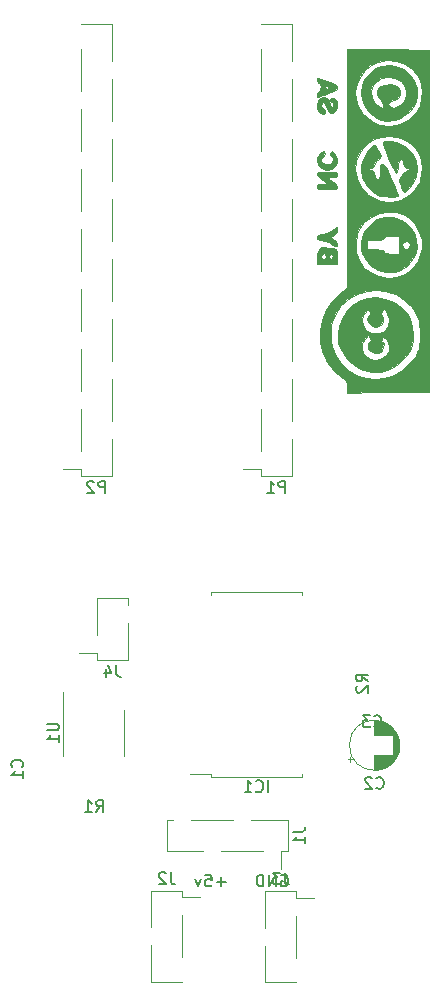
<source format=gbr>
G04 #@! TF.GenerationSoftware,KiCad,Pcbnew,(5.1.4-0-10_14)*
G04 #@! TF.CreationDate,2019-12-22T09:42:40+01:00*
G04 #@! TF.ProjectId,JETT_SELECT_Panel,4a455454-5f53-4454-9c45-43545f50616e,-*
G04 #@! TF.SameCoordinates,Original*
G04 #@! TF.FileFunction,Legend,Bot*
G04 #@! TF.FilePolarity,Positive*
%FSLAX46Y46*%
G04 Gerber Fmt 4.6, Leading zero omitted, Abs format (unit mm)*
G04 Created by KiCad (PCBNEW (5.1.4-0-10_14)) date 2019-12-22 09:42:40*
%MOMM*%
%LPD*%
G04 APERTURE LIST*
%ADD10C,0.150000*%
%ADD11C,0.010000*%
%ADD12C,0.120000*%
G04 APERTURE END LIST*
D10*
X107219654Y-135675750D02*
X107314892Y-135628130D01*
X107457750Y-135628130D01*
X107600607Y-135675750D01*
X107695845Y-135770988D01*
X107743464Y-135866226D01*
X107791083Y-136056702D01*
X107791083Y-136199559D01*
X107743464Y-136390035D01*
X107695845Y-136485273D01*
X107600607Y-136580511D01*
X107457750Y-136628130D01*
X107362511Y-136628130D01*
X107219654Y-136580511D01*
X107172035Y-136532892D01*
X107172035Y-136199559D01*
X107362511Y-136199559D01*
X106743464Y-136628130D02*
X106743464Y-135628130D01*
X106172035Y-136628130D01*
X106172035Y-135628130D01*
X105695845Y-136628130D02*
X105695845Y-135628130D01*
X105457750Y-135628130D01*
X105314892Y-135675750D01*
X105219654Y-135770988D01*
X105172035Y-135866226D01*
X105124416Y-136056702D01*
X105124416Y-136199559D01*
X105172035Y-136390035D01*
X105219654Y-136485273D01*
X105314892Y-136580511D01*
X105457750Y-136628130D01*
X105695845Y-136628130D01*
X102514245Y-136247178D02*
X101752340Y-136247178D01*
X102133292Y-136628130D02*
X102133292Y-135866226D01*
X100799959Y-135628130D02*
X101276150Y-135628130D01*
X101323769Y-136104321D01*
X101276150Y-136056702D01*
X101180911Y-136009083D01*
X100942816Y-136009083D01*
X100847578Y-136056702D01*
X100799959Y-136104321D01*
X100752340Y-136199559D01*
X100752340Y-136437654D01*
X100799959Y-136532892D01*
X100847578Y-136580511D01*
X100942816Y-136628130D01*
X101180911Y-136628130D01*
X101276150Y-136580511D01*
X101323769Y-136532892D01*
X100419007Y-135961464D02*
X100180911Y-136628130D01*
X99942816Y-135961464D01*
D11*
G36*
X118694338Y-69039622D02*
G01*
X118651489Y-68846809D01*
X118426099Y-68348053D01*
X118052154Y-67856135D01*
X117599417Y-67453100D01*
X117330725Y-67293581D01*
X116882946Y-67163058D01*
X116330140Y-67113500D01*
X115784892Y-67148656D01*
X115453402Y-67231067D01*
X115094503Y-67436845D01*
X114704023Y-67764916D01*
X114366080Y-68137741D01*
X114208552Y-68378531D01*
X114048791Y-68850851D01*
X113979407Y-69408790D01*
X114015925Y-69919527D01*
X114024190Y-69955613D01*
X114308747Y-70643324D01*
X114790048Y-71223798D01*
X115054276Y-71434368D01*
X115382192Y-71637445D01*
X115690226Y-71742506D01*
X116083752Y-71779722D01*
X116269563Y-71782330D01*
X116662289Y-71765207D01*
X116662289Y-70718693D01*
X116486723Y-70658229D01*
X116402046Y-70576212D01*
X116281369Y-70407919D01*
X116332621Y-70284660D01*
X116407121Y-70218555D01*
X116639970Y-70077120D01*
X116762137Y-70038193D01*
X117063276Y-69896078D01*
X117232376Y-69622401D01*
X117249609Y-69287411D01*
X117095148Y-68961355D01*
X117073220Y-68936032D01*
X116796807Y-68777799D01*
X116403446Y-68715921D01*
X115985486Y-68749213D01*
X115635276Y-68876490D01*
X115532477Y-68955804D01*
X115329974Y-69280946D01*
X115357052Y-69614886D01*
X115590204Y-69927056D01*
X115781383Y-70173557D01*
X115871071Y-70427051D01*
X115847708Y-70620434D01*
X115721229Y-70687622D01*
X115455352Y-70592975D01*
X115172753Y-70356335D01*
X114946004Y-70048650D01*
X114864422Y-69849984D01*
X114811169Y-69279653D01*
X114972628Y-68788038D01*
X115204436Y-68493426D01*
X115679133Y-68172057D01*
X116233886Y-68056174D01*
X116828916Y-68153882D01*
X116844287Y-68159246D01*
X117320646Y-68427152D01*
X117635393Y-68805748D01*
X117786902Y-69247914D01*
X117773547Y-69706534D01*
X117593702Y-70134488D01*
X117245740Y-70484658D01*
X116930166Y-70647664D01*
X116662289Y-70718693D01*
X116662289Y-71765207D01*
X116738159Y-71761899D01*
X117096534Y-71676042D01*
X117462929Y-71492842D01*
X117560103Y-71433992D01*
X118122030Y-70966071D01*
X118509755Y-70384068D01*
X118706212Y-69728435D01*
X118694338Y-69039622D01*
X118694338Y-69039622D01*
G37*
X118694338Y-69039622D02*
X118651489Y-68846809D01*
X118426099Y-68348053D01*
X118052154Y-67856135D01*
X117599417Y-67453100D01*
X117330725Y-67293581D01*
X116882946Y-67163058D01*
X116330140Y-67113500D01*
X115784892Y-67148656D01*
X115453402Y-67231067D01*
X115094503Y-67436845D01*
X114704023Y-67764916D01*
X114366080Y-68137741D01*
X114208552Y-68378531D01*
X114048791Y-68850851D01*
X113979407Y-69408790D01*
X114015925Y-69919527D01*
X114024190Y-69955613D01*
X114308747Y-70643324D01*
X114790048Y-71223798D01*
X115054276Y-71434368D01*
X115382192Y-71637445D01*
X115690226Y-71742506D01*
X116083752Y-71779722D01*
X116269563Y-71782330D01*
X116662289Y-71765207D01*
X116662289Y-70718693D01*
X116486723Y-70658229D01*
X116402046Y-70576212D01*
X116281369Y-70407919D01*
X116332621Y-70284660D01*
X116407121Y-70218555D01*
X116639970Y-70077120D01*
X116762137Y-70038193D01*
X117063276Y-69896078D01*
X117232376Y-69622401D01*
X117249609Y-69287411D01*
X117095148Y-68961355D01*
X117073220Y-68936032D01*
X116796807Y-68777799D01*
X116403446Y-68715921D01*
X115985486Y-68749213D01*
X115635276Y-68876490D01*
X115532477Y-68955804D01*
X115329974Y-69280946D01*
X115357052Y-69614886D01*
X115590204Y-69927056D01*
X115781383Y-70173557D01*
X115871071Y-70427051D01*
X115847708Y-70620434D01*
X115721229Y-70687622D01*
X115455352Y-70592975D01*
X115172753Y-70356335D01*
X114946004Y-70048650D01*
X114864422Y-69849984D01*
X114811169Y-69279653D01*
X114972628Y-68788038D01*
X115204436Y-68493426D01*
X115679133Y-68172057D01*
X116233886Y-68056174D01*
X116828916Y-68153882D01*
X116844287Y-68159246D01*
X117320646Y-68427152D01*
X117635393Y-68805748D01*
X117786902Y-69247914D01*
X117773547Y-69706534D01*
X117593702Y-70134488D01*
X117245740Y-70484658D01*
X116930166Y-70647664D01*
X116662289Y-70718693D01*
X116662289Y-71765207D01*
X116738159Y-71761899D01*
X117096534Y-71676042D01*
X117462929Y-71492842D01*
X117560103Y-71433992D01*
X118122030Y-70966071D01*
X118509755Y-70384068D01*
X118706212Y-69728435D01*
X118694338Y-69039622D01*
G36*
X118586936Y-75129581D02*
G01*
X118274663Y-74538818D01*
X117811428Y-74044933D01*
X117223641Y-73686233D01*
X116629295Y-73513593D01*
X116270839Y-73489604D01*
X115973430Y-73522424D01*
X115930434Y-73536492D01*
X115835919Y-73585879D01*
X115792411Y-73664810D01*
X115808988Y-73810432D01*
X115894725Y-74059891D01*
X116058698Y-74450334D01*
X116271498Y-74932344D01*
X116501270Y-75425513D01*
X116708120Y-75826023D01*
X116870378Y-76094811D01*
X116966375Y-76192813D01*
X116970359Y-76192169D01*
X117053428Y-76061144D01*
X117098225Y-75793830D01*
X117099887Y-75750066D01*
X117145201Y-75366583D01*
X117243062Y-75135999D01*
X117366078Y-75078193D01*
X117486858Y-75213046D01*
X117552932Y-75421259D01*
X117673632Y-75694132D01*
X117850742Y-75767622D01*
X118037109Y-75823963D01*
X118054878Y-75932405D01*
X117896462Y-76002077D01*
X117870432Y-76003418D01*
X117686547Y-76097355D01*
X117470749Y-76326450D01*
X117403607Y-76423055D01*
X117247643Y-76684715D01*
X117198816Y-76875958D01*
X117250570Y-77101085D01*
X117345880Y-77341372D01*
X117481651Y-77637450D01*
X117591812Y-77818718D01*
X117626088Y-77845371D01*
X117784320Y-77753923D01*
X118006915Y-77517917D01*
X118250142Y-77196844D01*
X118470270Y-76850192D01*
X118623567Y-76537450D01*
X118652938Y-76448510D01*
X118721832Y-75778914D01*
X118586936Y-75129581D01*
X118586936Y-75129581D01*
G37*
X118586936Y-75129581D02*
X118274663Y-74538818D01*
X117811428Y-74044933D01*
X117223641Y-73686233D01*
X116629295Y-73513593D01*
X116270839Y-73489604D01*
X115973430Y-73522424D01*
X115930434Y-73536492D01*
X115835919Y-73585879D01*
X115792411Y-73664810D01*
X115808988Y-73810432D01*
X115894725Y-74059891D01*
X116058698Y-74450334D01*
X116271498Y-74932344D01*
X116501270Y-75425513D01*
X116708120Y-75826023D01*
X116870378Y-76094811D01*
X116966375Y-76192813D01*
X116970359Y-76192169D01*
X117053428Y-76061144D01*
X117098225Y-75793830D01*
X117099887Y-75750066D01*
X117145201Y-75366583D01*
X117243062Y-75135999D01*
X117366078Y-75078193D01*
X117486858Y-75213046D01*
X117552932Y-75421259D01*
X117673632Y-75694132D01*
X117850742Y-75767622D01*
X118037109Y-75823963D01*
X118054878Y-75932405D01*
X117896462Y-76002077D01*
X117870432Y-76003418D01*
X117686547Y-76097355D01*
X117470749Y-76326450D01*
X117403607Y-76423055D01*
X117247643Y-76684715D01*
X117198816Y-76875958D01*
X117250570Y-77101085D01*
X117345880Y-77341372D01*
X117481651Y-77637450D01*
X117591812Y-77818718D01*
X117626088Y-77845371D01*
X117784320Y-77753923D01*
X118006915Y-77517917D01*
X118250142Y-77196844D01*
X118470270Y-76850192D01*
X118623567Y-76537450D01*
X118652938Y-76448510D01*
X118721832Y-75778914D01*
X118586936Y-75129581D01*
G36*
X117070868Y-78050726D02*
G01*
X116971545Y-77770502D01*
X116814879Y-77382199D01*
X116622832Y-76935538D01*
X116417364Y-76480239D01*
X116220435Y-76066025D01*
X116054005Y-75742614D01*
X115940036Y-75559729D01*
X115933154Y-75551916D01*
X115745681Y-75437953D01*
X115613752Y-75524582D01*
X115556838Y-75784318D01*
X115572875Y-76060435D01*
X115591042Y-76437390D01*
X115509870Y-76656284D01*
X115472941Y-76692760D01*
X115337816Y-76754481D01*
X115235302Y-76636291D01*
X115188027Y-76523110D01*
X115101764Y-76261282D01*
X115070659Y-76106470D01*
X114973893Y-76018749D01*
X114839750Y-75998531D01*
X114652140Y-75950182D01*
X114608841Y-75883077D01*
X114705540Y-75789272D01*
X114839750Y-75767622D01*
X115029746Y-75693048D01*
X115070659Y-75589193D01*
X115147371Y-75394039D01*
X115335750Y-75147034D01*
X115373063Y-75108359D01*
X115675467Y-74805955D01*
X115426752Y-74294024D01*
X115271816Y-73994109D01*
X115159598Y-73868501D01*
X115037364Y-73881253D01*
X114922302Y-73950159D01*
X114631221Y-74230729D01*
X114358242Y-74645247D01*
X114132633Y-75125422D01*
X113983659Y-75602962D01*
X113940587Y-76009575D01*
X113970254Y-76171713D01*
X114024108Y-76363157D01*
X114082127Y-76607579D01*
X114228423Y-76929572D01*
X114507845Y-77309649D01*
X114860203Y-77679600D01*
X115225310Y-77971217D01*
X115350619Y-78045107D01*
X115611470Y-78129683D01*
X115985047Y-78193461D01*
X116395918Y-78230892D01*
X116768656Y-78236426D01*
X117027829Y-78204512D01*
X117090889Y-78173150D01*
X117070868Y-78050726D01*
X117070868Y-78050726D01*
G37*
X117070868Y-78050726D02*
X116971545Y-77770502D01*
X116814879Y-77382199D01*
X116622832Y-76935538D01*
X116417364Y-76480239D01*
X116220435Y-76066025D01*
X116054005Y-75742614D01*
X115940036Y-75559729D01*
X115933154Y-75551916D01*
X115745681Y-75437953D01*
X115613752Y-75524582D01*
X115556838Y-75784318D01*
X115572875Y-76060435D01*
X115591042Y-76437390D01*
X115509870Y-76656284D01*
X115472941Y-76692760D01*
X115337816Y-76754481D01*
X115235302Y-76636291D01*
X115188027Y-76523110D01*
X115101764Y-76261282D01*
X115070659Y-76106470D01*
X114973893Y-76018749D01*
X114839750Y-75998531D01*
X114652140Y-75950182D01*
X114608841Y-75883077D01*
X114705540Y-75789272D01*
X114839750Y-75767622D01*
X115029746Y-75693048D01*
X115070659Y-75589193D01*
X115147371Y-75394039D01*
X115335750Y-75147034D01*
X115373063Y-75108359D01*
X115675467Y-74805955D01*
X115426752Y-74294024D01*
X115271816Y-73994109D01*
X115159598Y-73868501D01*
X115037364Y-73881253D01*
X114922302Y-73950159D01*
X114631221Y-74230729D01*
X114358242Y-74645247D01*
X114132633Y-75125422D01*
X113983659Y-75602962D01*
X113940587Y-76009575D01*
X113970254Y-76171713D01*
X114024108Y-76363157D01*
X114082127Y-76607579D01*
X114228423Y-76929572D01*
X114507845Y-77309649D01*
X114860203Y-77679600D01*
X115225310Y-77971217D01*
X115350619Y-78045107D01*
X115611470Y-78129683D01*
X115985047Y-78193461D01*
X116395918Y-78230892D01*
X116768656Y-78236426D01*
X117027829Y-78204512D01*
X117090889Y-78173150D01*
X117070868Y-78050726D01*
G36*
X118663273Y-81853889D02*
G01*
X118445059Y-81225937D01*
X118049058Y-80674105D01*
X117484399Y-80238916D01*
X117343438Y-80165262D01*
X116677156Y-79960755D01*
X116003768Y-79962693D01*
X115364394Y-80151702D01*
X114800149Y-80508411D01*
X114352153Y-81013446D01*
X114061521Y-81647434D01*
X114041766Y-81720864D01*
X113954613Y-82106108D01*
X113935011Y-82384847D01*
X113985522Y-82672151D01*
X114069305Y-82957155D01*
X114376300Y-83601872D01*
X114826066Y-84099645D01*
X115379482Y-84442515D01*
X115997429Y-84622526D01*
X116640787Y-84631721D01*
X117148841Y-84494889D01*
X117148841Y-83041259D01*
X116513841Y-83041259D01*
X116130898Y-83025711D01*
X115933743Y-82971154D01*
X115878841Y-82868077D01*
X115825641Y-82767518D01*
X115637049Y-82713529D01*
X115269579Y-82695237D01*
X115186114Y-82694895D01*
X114493386Y-82694895D01*
X114493386Y-81886713D01*
X115186114Y-81886713D01*
X115588349Y-81873413D01*
X115804307Y-81826265D01*
X115877475Y-81734398D01*
X115878841Y-81713531D01*
X115935850Y-81609093D01*
X116135891Y-81555323D01*
X116513841Y-81540350D01*
X117148841Y-81540350D01*
X117148841Y-83041259D01*
X117148841Y-84494889D01*
X117270435Y-84462140D01*
X117847254Y-84105828D01*
X117866369Y-84086471D01*
X117866369Y-82672710D01*
X117648138Y-82647678D01*
X117512965Y-82499823D01*
X117448100Y-82226226D01*
X117578566Y-82047009D01*
X117786572Y-82002168D01*
X118042845Y-82078472D01*
X118118299Y-82285484D01*
X118052814Y-82492850D01*
X117866369Y-82672710D01*
X117866369Y-84086471D01*
X118159894Y-83789225D01*
X118529820Y-83176057D01*
X118694570Y-82517437D01*
X118663273Y-81853889D01*
X118663273Y-81853889D01*
G37*
X118663273Y-81853889D02*
X118445059Y-81225937D01*
X118049058Y-80674105D01*
X117484399Y-80238916D01*
X117343438Y-80165262D01*
X116677156Y-79960755D01*
X116003768Y-79962693D01*
X115364394Y-80151702D01*
X114800149Y-80508411D01*
X114352153Y-81013446D01*
X114061521Y-81647434D01*
X114041766Y-81720864D01*
X113954613Y-82106108D01*
X113935011Y-82384847D01*
X113985522Y-82672151D01*
X114069305Y-82957155D01*
X114376300Y-83601872D01*
X114826066Y-84099645D01*
X115379482Y-84442515D01*
X115997429Y-84622526D01*
X116640787Y-84631721D01*
X117148841Y-84494889D01*
X117148841Y-83041259D01*
X116513841Y-83041259D01*
X116130898Y-83025711D01*
X115933743Y-82971154D01*
X115878841Y-82868077D01*
X115825641Y-82767518D01*
X115637049Y-82713529D01*
X115269579Y-82695237D01*
X115186114Y-82694895D01*
X114493386Y-82694895D01*
X114493386Y-81886713D01*
X115186114Y-81886713D01*
X115588349Y-81873413D01*
X115804307Y-81826265D01*
X115877475Y-81734398D01*
X115878841Y-81713531D01*
X115935850Y-81609093D01*
X116135891Y-81555323D01*
X116513841Y-81540350D01*
X117148841Y-81540350D01*
X117148841Y-83041259D01*
X117148841Y-84494889D01*
X117270435Y-84462140D01*
X117847254Y-84105828D01*
X117866369Y-84086471D01*
X117866369Y-82672710D01*
X117648138Y-82647678D01*
X117512965Y-82499823D01*
X117448100Y-82226226D01*
X117578566Y-82047009D01*
X117786572Y-82002168D01*
X118042845Y-82078472D01*
X118118299Y-82285484D01*
X118052814Y-82492850D01*
X117866369Y-82672710D01*
X117866369Y-84086471D01*
X118159894Y-83789225D01*
X118529820Y-83176057D01*
X118694570Y-82517437D01*
X118663273Y-81853889D01*
G36*
X118311901Y-89194051D02*
G01*
X118153288Y-88619379D01*
X117852549Y-88112513D01*
X117418397Y-87636894D01*
X116767020Y-87152446D01*
X116036149Y-86850935D01*
X115267104Y-86731764D01*
X114501208Y-86794337D01*
X113779779Y-87038056D01*
X113144138Y-87462324D01*
X112905755Y-87702083D01*
X112423732Y-88390362D01*
X112112330Y-89140661D01*
X111986004Y-89903176D01*
X112057887Y-90622930D01*
X112344053Y-91318248D01*
X112811041Y-91964961D01*
X113408837Y-92508720D01*
X114087426Y-92895176D01*
X114183500Y-92932703D01*
X114928111Y-93089753D01*
X115132136Y-93076811D01*
X115132136Y-92048277D01*
X114729878Y-91952880D01*
X114388929Y-91734094D01*
X114143076Y-91422190D01*
X114026105Y-91047442D01*
X114071802Y-90640121D01*
X114304344Y-90241560D01*
X114577119Y-89924440D01*
X114712497Y-90177395D01*
X114778767Y-90370407D01*
X114736138Y-90430350D01*
X114609226Y-90529453D01*
X114532323Y-90763974D01*
X114530904Y-91039728D01*
X114549841Y-91119066D01*
X114715834Y-91305172D01*
X115016858Y-91417837D01*
X115087759Y-91421788D01*
X115087759Y-89806361D01*
X114782780Y-89737873D01*
X114356841Y-89494838D01*
X114099926Y-89134176D01*
X114026799Y-88708031D01*
X114152221Y-88268546D01*
X114304344Y-88047924D01*
X114488722Y-87845650D01*
X114590738Y-87806823D01*
X114677418Y-87918819D01*
X114706320Y-87972217D01*
X114775069Y-88170729D01*
X114680749Y-88272392D01*
X114656722Y-88282243D01*
X114522679Y-88449519D01*
X114514518Y-88668158D01*
X114639037Y-88965063D01*
X114889216Y-89154287D01*
X115200789Y-89230996D01*
X115509487Y-89190355D01*
X115751044Y-89027531D01*
X115858320Y-88769237D01*
X115843184Y-88479919D01*
X115769737Y-88302093D01*
X115704311Y-88104982D01*
X115743764Y-87892412D01*
X115863565Y-87776915D01*
X115884646Y-87774895D01*
X116051580Y-87876962D01*
X116207182Y-88132498D01*
X116314338Y-88465507D01*
X116340659Y-88708651D01*
X116243010Y-89196781D01*
X115975852Y-89559481D01*
X115577873Y-89771194D01*
X115087759Y-89806361D01*
X115087759Y-91421788D01*
X115363320Y-91437145D01*
X115635775Y-91360492D01*
X115781471Y-91200561D01*
X115869884Y-90958651D01*
X115887863Y-90718717D01*
X115822257Y-90564712D01*
X115763386Y-90545804D01*
X115655892Y-90472640D01*
X115723804Y-90261270D01*
X115758106Y-90204031D01*
X115861430Y-90104823D01*
X116001649Y-90164550D01*
X116102702Y-90250789D01*
X116282562Y-90522899D01*
X116340555Y-90934260D01*
X116340659Y-90957526D01*
X116306448Y-91318887D01*
X116168346Y-91573340D01*
X115985437Y-91747814D01*
X115561918Y-91990013D01*
X115132136Y-92048277D01*
X115132136Y-93076811D01*
X115695404Y-93041080D01*
X116444856Y-92803053D01*
X117135945Y-92392038D01*
X117728150Y-91824404D01*
X118044427Y-91373157D01*
X118210448Y-91058563D01*
X118306184Y-90763694D01*
X118349705Y-90404574D01*
X118359115Y-89910804D01*
X118311901Y-89194051D01*
X118311901Y-89194051D01*
G37*
X118311901Y-89194051D02*
X118153288Y-88619379D01*
X117852549Y-88112513D01*
X117418397Y-87636894D01*
X116767020Y-87152446D01*
X116036149Y-86850935D01*
X115267104Y-86731764D01*
X114501208Y-86794337D01*
X113779779Y-87038056D01*
X113144138Y-87462324D01*
X112905755Y-87702083D01*
X112423732Y-88390362D01*
X112112330Y-89140661D01*
X111986004Y-89903176D01*
X112057887Y-90622930D01*
X112344053Y-91318248D01*
X112811041Y-91964961D01*
X113408837Y-92508720D01*
X114087426Y-92895176D01*
X114183500Y-92932703D01*
X114928111Y-93089753D01*
X115132136Y-93076811D01*
X115132136Y-92048277D01*
X114729878Y-91952880D01*
X114388929Y-91734094D01*
X114143076Y-91422190D01*
X114026105Y-91047442D01*
X114071802Y-90640121D01*
X114304344Y-90241560D01*
X114577119Y-89924440D01*
X114712497Y-90177395D01*
X114778767Y-90370407D01*
X114736138Y-90430350D01*
X114609226Y-90529453D01*
X114532323Y-90763974D01*
X114530904Y-91039728D01*
X114549841Y-91119066D01*
X114715834Y-91305172D01*
X115016858Y-91417837D01*
X115087759Y-91421788D01*
X115087759Y-89806361D01*
X114782780Y-89737873D01*
X114356841Y-89494838D01*
X114099926Y-89134176D01*
X114026799Y-88708031D01*
X114152221Y-88268546D01*
X114304344Y-88047924D01*
X114488722Y-87845650D01*
X114590738Y-87806823D01*
X114677418Y-87918819D01*
X114706320Y-87972217D01*
X114775069Y-88170729D01*
X114680749Y-88272392D01*
X114656722Y-88282243D01*
X114522679Y-88449519D01*
X114514518Y-88668158D01*
X114639037Y-88965063D01*
X114889216Y-89154287D01*
X115200789Y-89230996D01*
X115509487Y-89190355D01*
X115751044Y-89027531D01*
X115858320Y-88769237D01*
X115843184Y-88479919D01*
X115769737Y-88302093D01*
X115704311Y-88104982D01*
X115743764Y-87892412D01*
X115863565Y-87776915D01*
X115884646Y-87774895D01*
X116051580Y-87876962D01*
X116207182Y-88132498D01*
X116314338Y-88465507D01*
X116340659Y-88708651D01*
X116243010Y-89196781D01*
X115975852Y-89559481D01*
X115577873Y-89771194D01*
X115087759Y-89806361D01*
X115087759Y-91421788D01*
X115363320Y-91437145D01*
X115635775Y-91360492D01*
X115781471Y-91200561D01*
X115869884Y-90958651D01*
X115887863Y-90718717D01*
X115822257Y-90564712D01*
X115763386Y-90545804D01*
X115655892Y-90472640D01*
X115723804Y-90261270D01*
X115758106Y-90204031D01*
X115861430Y-90104823D01*
X116001649Y-90164550D01*
X116102702Y-90250789D01*
X116282562Y-90522899D01*
X116340555Y-90934260D01*
X116340659Y-90957526D01*
X116306448Y-91318887D01*
X116168346Y-91573340D01*
X115985437Y-91747814D01*
X115561918Y-91990013D01*
X115132136Y-92048277D01*
X115132136Y-93076811D01*
X115695404Y-93041080D01*
X116444856Y-92803053D01*
X117135945Y-92392038D01*
X117728150Y-91824404D01*
X118044427Y-91373157D01*
X118210448Y-91058563D01*
X118306184Y-90763694D01*
X118349705Y-90404574D01*
X118359115Y-89910804D01*
X118311901Y-89194051D01*
G36*
X116254068Y-65750248D02*
G01*
X112761568Y-65719691D01*
X112761568Y-85993788D01*
X112192533Y-86418613D01*
X111510233Y-87063435D01*
X110985658Y-87840130D01*
X110631651Y-88707234D01*
X110461053Y-89623281D01*
X110486706Y-90546808D01*
X110675742Y-91316019D01*
X111103141Y-92197942D01*
X111694871Y-92962019D01*
X112192533Y-93402996D01*
X112509880Y-93653558D01*
X112680537Y-93848028D01*
X112749433Y-94059157D01*
X112761568Y-94324414D01*
X112761568Y-94821008D01*
X115142138Y-94800181D01*
X115142138Y-93658134D01*
X114383155Y-93592265D01*
X113716561Y-93412755D01*
X113565115Y-93345829D01*
X112872044Y-92891904D01*
X112253235Y-92271226D01*
X111762317Y-91547026D01*
X111484078Y-90892168D01*
X111404509Y-90422070D01*
X111393749Y-89831003D01*
X111448619Y-89217397D01*
X111554311Y-88717659D01*
X111742193Y-88267980D01*
X112027795Y-87782818D01*
X112218175Y-87525277D01*
X112877293Y-86887389D01*
X113628375Y-86440726D01*
X114438981Y-86181979D01*
X115276669Y-86107842D01*
X116108998Y-86215009D01*
X116247748Y-86264807D01*
X116247748Y-85106317D01*
X115494733Y-84981174D01*
X114872526Y-84706811D01*
X114263781Y-84225435D01*
X113826227Y-83616605D01*
X113570585Y-82918905D01*
X113507576Y-82170920D01*
X113647923Y-81411235D01*
X113833423Y-80967371D01*
X114264788Y-80364762D01*
X114835534Y-79913996D01*
X115503455Y-79624284D01*
X116226344Y-79504836D01*
X116308087Y-79511505D01*
X116308087Y-78652858D01*
X115615158Y-78589883D01*
X115033255Y-78376491D01*
X114474718Y-77979923D01*
X114450228Y-77958563D01*
X113941368Y-77369008D01*
X113621047Y-76683322D01*
X113497745Y-75944756D01*
X113579941Y-75196561D01*
X113796740Y-74625191D01*
X114169227Y-74086809D01*
X114667784Y-73616106D01*
X115208228Y-73292473D01*
X115211269Y-73291201D01*
X115731946Y-73157663D01*
X116340659Y-73119033D01*
X116340659Y-72230144D01*
X115622584Y-72158316D01*
X115012768Y-71925044D01*
X114454613Y-71503647D01*
X114171510Y-71207585D01*
X113735337Y-70588596D01*
X113514338Y-69948152D01*
X113500833Y-69249076D01*
X113636162Y-68616213D01*
X113894031Y-68054785D01*
X114297617Y-67524954D01*
X114787586Y-67089191D01*
X115304604Y-66809969D01*
X115372690Y-66787836D01*
X116174143Y-66655362D01*
X116950610Y-66723426D01*
X117665314Y-66976035D01*
X118281475Y-67397196D01*
X118762316Y-67970916D01*
X118955882Y-68345960D01*
X119066386Y-68788528D01*
X119105600Y-69350320D01*
X119074585Y-69931277D01*
X118974403Y-70431341D01*
X118932535Y-70547012D01*
X118537054Y-71210058D01*
X117981884Y-71725375D01*
X117301095Y-72070839D01*
X116528757Y-72224324D01*
X116340659Y-72230144D01*
X116340659Y-73119033D01*
X116357325Y-73117975D01*
X116984692Y-73170368D01*
X117511333Y-73313075D01*
X117552932Y-73331514D01*
X118119694Y-73698477D01*
X118609145Y-74207975D01*
X118932535Y-74753687D01*
X119052590Y-75211545D01*
X119103786Y-75779332D01*
X119085061Y-76356991D01*
X118995354Y-76844462D01*
X118955882Y-76954740D01*
X118563804Y-77604484D01*
X118007770Y-78118862D01*
X117326590Y-78472983D01*
X116559074Y-78641958D01*
X116308087Y-78652858D01*
X116308087Y-79511505D01*
X116961993Y-79564862D01*
X117668194Y-79813573D01*
X118047523Y-80047804D01*
X118557335Y-80558616D01*
X118909977Y-81196865D01*
X119095422Y-81912035D01*
X119103645Y-82653612D01*
X118924622Y-83371078D01*
X118770359Y-83690110D01*
X118290608Y-84311468D01*
X117684427Y-84761359D01*
X116990560Y-85029677D01*
X116247748Y-85106317D01*
X116247748Y-86264807D01*
X116903528Y-86500170D01*
X117627817Y-86960021D01*
X118249425Y-87591253D01*
X118630772Y-88178986D01*
X118775612Y-88475834D01*
X118866580Y-88751735D01*
X118915840Y-89075191D01*
X118935558Y-89514706D01*
X118938297Y-89910804D01*
X118932770Y-90457837D01*
X118907204Y-90843047D01*
X118848276Y-91135423D01*
X118742663Y-91403955D01*
X118595914Y-91683656D01*
X118066341Y-92419185D01*
X117385924Y-93016470D01*
X116603883Y-93432488D01*
X116588551Y-93438286D01*
X115906330Y-93607697D01*
X115142138Y-93658134D01*
X115142138Y-94800181D01*
X116254068Y-94790452D01*
X119746568Y-94759895D01*
X119746568Y-65780804D01*
X116254068Y-65750248D01*
X116254068Y-65750248D01*
G37*
X116254068Y-65750248D02*
X112761568Y-65719691D01*
X112761568Y-85993788D01*
X112192533Y-86418613D01*
X111510233Y-87063435D01*
X110985658Y-87840130D01*
X110631651Y-88707234D01*
X110461053Y-89623281D01*
X110486706Y-90546808D01*
X110675742Y-91316019D01*
X111103141Y-92197942D01*
X111694871Y-92962019D01*
X112192533Y-93402996D01*
X112509880Y-93653558D01*
X112680537Y-93848028D01*
X112749433Y-94059157D01*
X112761568Y-94324414D01*
X112761568Y-94821008D01*
X115142138Y-94800181D01*
X115142138Y-93658134D01*
X114383155Y-93592265D01*
X113716561Y-93412755D01*
X113565115Y-93345829D01*
X112872044Y-92891904D01*
X112253235Y-92271226D01*
X111762317Y-91547026D01*
X111484078Y-90892168D01*
X111404509Y-90422070D01*
X111393749Y-89831003D01*
X111448619Y-89217397D01*
X111554311Y-88717659D01*
X111742193Y-88267980D01*
X112027795Y-87782818D01*
X112218175Y-87525277D01*
X112877293Y-86887389D01*
X113628375Y-86440726D01*
X114438981Y-86181979D01*
X115276669Y-86107842D01*
X116108998Y-86215009D01*
X116247748Y-86264807D01*
X116247748Y-85106317D01*
X115494733Y-84981174D01*
X114872526Y-84706811D01*
X114263781Y-84225435D01*
X113826227Y-83616605D01*
X113570585Y-82918905D01*
X113507576Y-82170920D01*
X113647923Y-81411235D01*
X113833423Y-80967371D01*
X114264788Y-80364762D01*
X114835534Y-79913996D01*
X115503455Y-79624284D01*
X116226344Y-79504836D01*
X116308087Y-79511505D01*
X116308087Y-78652858D01*
X115615158Y-78589883D01*
X115033255Y-78376491D01*
X114474718Y-77979923D01*
X114450228Y-77958563D01*
X113941368Y-77369008D01*
X113621047Y-76683322D01*
X113497745Y-75944756D01*
X113579941Y-75196561D01*
X113796740Y-74625191D01*
X114169227Y-74086809D01*
X114667784Y-73616106D01*
X115208228Y-73292473D01*
X115211269Y-73291201D01*
X115731946Y-73157663D01*
X116340659Y-73119033D01*
X116340659Y-72230144D01*
X115622584Y-72158316D01*
X115012768Y-71925044D01*
X114454613Y-71503647D01*
X114171510Y-71207585D01*
X113735337Y-70588596D01*
X113514338Y-69948152D01*
X113500833Y-69249076D01*
X113636162Y-68616213D01*
X113894031Y-68054785D01*
X114297617Y-67524954D01*
X114787586Y-67089191D01*
X115304604Y-66809969D01*
X115372690Y-66787836D01*
X116174143Y-66655362D01*
X116950610Y-66723426D01*
X117665314Y-66976035D01*
X118281475Y-67397196D01*
X118762316Y-67970916D01*
X118955882Y-68345960D01*
X119066386Y-68788528D01*
X119105600Y-69350320D01*
X119074585Y-69931277D01*
X118974403Y-70431341D01*
X118932535Y-70547012D01*
X118537054Y-71210058D01*
X117981884Y-71725375D01*
X117301095Y-72070839D01*
X116528757Y-72224324D01*
X116340659Y-72230144D01*
X116340659Y-73119033D01*
X116357325Y-73117975D01*
X116984692Y-73170368D01*
X117511333Y-73313075D01*
X117552932Y-73331514D01*
X118119694Y-73698477D01*
X118609145Y-74207975D01*
X118932535Y-74753687D01*
X119052590Y-75211545D01*
X119103786Y-75779332D01*
X119085061Y-76356991D01*
X118995354Y-76844462D01*
X118955882Y-76954740D01*
X118563804Y-77604484D01*
X118007770Y-78118862D01*
X117326590Y-78472983D01*
X116559074Y-78641958D01*
X116308087Y-78652858D01*
X116308087Y-79511505D01*
X116961993Y-79564862D01*
X117668194Y-79813573D01*
X118047523Y-80047804D01*
X118557335Y-80558616D01*
X118909977Y-81196865D01*
X119095422Y-81912035D01*
X119103645Y-82653612D01*
X118924622Y-83371078D01*
X118770359Y-83690110D01*
X118290608Y-84311468D01*
X117684427Y-84761359D01*
X116990560Y-85029677D01*
X116247748Y-85106317D01*
X116247748Y-86264807D01*
X116903528Y-86500170D01*
X117627817Y-86960021D01*
X118249425Y-87591253D01*
X118630772Y-88178986D01*
X118775612Y-88475834D01*
X118866580Y-88751735D01*
X118915840Y-89075191D01*
X118935558Y-89514706D01*
X118938297Y-89910804D01*
X118932770Y-90457837D01*
X118907204Y-90843047D01*
X118848276Y-91135423D01*
X118742663Y-91403955D01*
X118595914Y-91683656D01*
X118066341Y-92419185D01*
X117385924Y-93016470D01*
X116603883Y-93432488D01*
X116588551Y-93438286D01*
X115906330Y-93607697D01*
X115142138Y-93658134D01*
X115142138Y-94800181D01*
X116254068Y-94790452D01*
X119746568Y-94759895D01*
X119746568Y-65780804D01*
X116254068Y-65750248D01*
G36*
X111747462Y-68699535D02*
G01*
X111353868Y-68519478D01*
X110849468Y-68334759D01*
X110522697Y-68226188D01*
X110335026Y-68188705D01*
X110247927Y-68217249D01*
X110222871Y-68306759D01*
X110221568Y-68370751D01*
X110291949Y-68564893D01*
X110394750Y-68609441D01*
X110532600Y-68712102D01*
X110567932Y-68943452D01*
X110512459Y-69213974D01*
X110394750Y-69343919D01*
X110264868Y-69467376D01*
X110221223Y-69639626D01*
X110281742Y-69755768D01*
X110322967Y-69763986D01*
X110475643Y-69725948D01*
X110777925Y-69626279D01*
X111087477Y-69514383D01*
X111087477Y-69071259D01*
X110933834Y-69008917D01*
X110914295Y-68955804D01*
X111007809Y-68853375D01*
X111087477Y-68840350D01*
X111241121Y-68902692D01*
X111260659Y-68955804D01*
X111167146Y-69058233D01*
X111087477Y-69071259D01*
X111087477Y-69514383D01*
X111160013Y-69488162D01*
X111648142Y-69272698D01*
X111907872Y-69073875D01*
X111940535Y-68885039D01*
X111747462Y-68699535D01*
X111747462Y-68699535D01*
G37*
X111747462Y-68699535D02*
X111353868Y-68519478D01*
X110849468Y-68334759D01*
X110522697Y-68226188D01*
X110335026Y-68188705D01*
X110247927Y-68217249D01*
X110222871Y-68306759D01*
X110221568Y-68370751D01*
X110291949Y-68564893D01*
X110394750Y-68609441D01*
X110532600Y-68712102D01*
X110567932Y-68943452D01*
X110512459Y-69213974D01*
X110394750Y-69343919D01*
X110264868Y-69467376D01*
X110221223Y-69639626D01*
X110281742Y-69755768D01*
X110322967Y-69763986D01*
X110475643Y-69725948D01*
X110777925Y-69626279D01*
X111087477Y-69514383D01*
X111087477Y-69071259D01*
X110933834Y-69008917D01*
X110914295Y-68955804D01*
X111007809Y-68853375D01*
X111087477Y-68840350D01*
X111241121Y-68902692D01*
X111260659Y-68955804D01*
X111167146Y-69058233D01*
X111087477Y-69071259D01*
X111087477Y-69514383D01*
X111160013Y-69488162D01*
X111648142Y-69272698D01*
X111907872Y-69073875D01*
X111940535Y-68885039D01*
X111747462Y-68699535D01*
G36*
X111927726Y-70273374D02*
G01*
X111903028Y-70156334D01*
X111784585Y-69966098D01*
X111602525Y-69877930D01*
X111439155Y-69908029D01*
X111376114Y-70052622D01*
X111438456Y-70206266D01*
X111491568Y-70225804D01*
X111585373Y-70322503D01*
X111607023Y-70456713D01*
X111564109Y-70655555D01*
X111465615Y-70660388D01*
X111356914Y-70484875D01*
X111321621Y-70370768D01*
X111160769Y-69972311D01*
X110925843Y-69783672D01*
X110792951Y-69763986D01*
X110499807Y-69860920D01*
X110305930Y-70107281D01*
X110229188Y-70436407D01*
X110287455Y-70781639D01*
X110452477Y-71033986D01*
X110659249Y-71203497D01*
X110798841Y-71264895D01*
X110900132Y-71180707D01*
X110903552Y-70997634D01*
X110821050Y-70819913D01*
X110741114Y-70761326D01*
X110610659Y-70626803D01*
X110571734Y-70426220D01*
X110628946Y-70262961D01*
X110717238Y-70225804D01*
X110849048Y-70324747D01*
X110968870Y-70565525D01*
X110977011Y-70591235D01*
X111155901Y-70954008D01*
X111382870Y-71124062D01*
X111615727Y-71121211D01*
X111812282Y-70965270D01*
X111930345Y-70676052D01*
X111927726Y-70273374D01*
X111927726Y-70273374D01*
G37*
X111927726Y-70273374D02*
X111903028Y-70156334D01*
X111784585Y-69966098D01*
X111602525Y-69877930D01*
X111439155Y-69908029D01*
X111376114Y-70052622D01*
X111438456Y-70206266D01*
X111491568Y-70225804D01*
X111585373Y-70322503D01*
X111607023Y-70456713D01*
X111564109Y-70655555D01*
X111465615Y-70660388D01*
X111356914Y-70484875D01*
X111321621Y-70370768D01*
X111160769Y-69972311D01*
X110925843Y-69783672D01*
X110792951Y-69763986D01*
X110499807Y-69860920D01*
X110305930Y-70107281D01*
X110229188Y-70436407D01*
X110287455Y-70781639D01*
X110452477Y-71033986D01*
X110659249Y-71203497D01*
X110798841Y-71264895D01*
X110900132Y-71180707D01*
X110903552Y-70997634D01*
X110821050Y-70819913D01*
X110741114Y-70761326D01*
X110610659Y-70626803D01*
X110571734Y-70426220D01*
X110628946Y-70262961D01*
X110717238Y-70225804D01*
X110849048Y-70324747D01*
X110968870Y-70565525D01*
X110977011Y-70591235D01*
X111155901Y-70954008D01*
X111382870Y-71124062D01*
X111615727Y-71121211D01*
X111812282Y-70965270D01*
X111930345Y-70676052D01*
X111927726Y-70273374D01*
G36*
X111888989Y-74790100D02*
G01*
X111727463Y-74515570D01*
X111516306Y-74384717D01*
X111483321Y-74382168D01*
X111396192Y-74478940D01*
X111376114Y-74613077D01*
X111424463Y-74800687D01*
X111491568Y-74843986D01*
X111578600Y-74942722D01*
X111607023Y-75130423D01*
X111531979Y-75380338D01*
X111329140Y-75486604D01*
X111038613Y-75494788D01*
X110785990Y-75399411D01*
X110613008Y-75243121D01*
X110561405Y-75068567D01*
X110672919Y-74918400D01*
X110741114Y-74885737D01*
X110866812Y-74757018D01*
X110913328Y-74564148D01*
X110868714Y-74411365D01*
X110798841Y-74382168D01*
X110592436Y-74477834D01*
X110385172Y-74706782D01*
X110245192Y-74981934D01*
X110221568Y-75119832D01*
X110294870Y-75420303D01*
X110423614Y-75639030D01*
X110752244Y-75887778D01*
X111126842Y-75957895D01*
X111488660Y-75868835D01*
X111778948Y-75640051D01*
X111938960Y-75290994D01*
X111953386Y-75132489D01*
X111888989Y-74790100D01*
X111888989Y-74790100D01*
G37*
X111888989Y-74790100D02*
X111727463Y-74515570D01*
X111516306Y-74384717D01*
X111483321Y-74382168D01*
X111396192Y-74478940D01*
X111376114Y-74613077D01*
X111424463Y-74800687D01*
X111491568Y-74843986D01*
X111578600Y-74942722D01*
X111607023Y-75130423D01*
X111531979Y-75380338D01*
X111329140Y-75486604D01*
X111038613Y-75494788D01*
X110785990Y-75399411D01*
X110613008Y-75243121D01*
X110561405Y-75068567D01*
X110672919Y-74918400D01*
X110741114Y-74885737D01*
X110866812Y-74757018D01*
X110913328Y-74564148D01*
X110868714Y-74411365D01*
X110798841Y-74382168D01*
X110592436Y-74477834D01*
X110385172Y-74706782D01*
X110245192Y-74981934D01*
X110221568Y-75119832D01*
X110294870Y-75420303D01*
X110423614Y-75639030D01*
X110752244Y-75887778D01*
X111126842Y-75957895D01*
X111488660Y-75868835D01*
X111778948Y-75640051D01*
X111938960Y-75290994D01*
X111953386Y-75132489D01*
X111888989Y-74790100D01*
G36*
X111931160Y-76223254D02*
G01*
X111832746Y-76155957D01*
X111610540Y-76123724D01*
X111216935Y-76114244D01*
X111087477Y-76113986D01*
X110640845Y-76120821D01*
X110378636Y-76148530D01*
X110254585Y-76207920D01*
X110222426Y-76309794D01*
X110222399Y-76316031D01*
X110313709Y-76491407D01*
X110545519Y-76713559D01*
X110713081Y-76833748D01*
X111202932Y-77149419D01*
X110712250Y-77151248D01*
X110398562Y-77169588D01*
X110254891Y-77240341D01*
X110221568Y-77383986D01*
X110242020Y-77502047D01*
X110335276Y-77571318D01*
X110549188Y-77604560D01*
X110931608Y-77614533D01*
X111087477Y-77614895D01*
X111529886Y-77609597D01*
X111789438Y-77585030D01*
X111914098Y-77528187D01*
X111951834Y-77426063D01*
X111953386Y-77380092D01*
X111844979Y-77145641D01*
X111539509Y-76900826D01*
X111520432Y-76889410D01*
X111087477Y-76633531D01*
X111520432Y-76597698D01*
X111816691Y-76545685D01*
X111939497Y-76433747D01*
X111953386Y-76337926D01*
X111931160Y-76223254D01*
X111931160Y-76223254D01*
G37*
X111931160Y-76223254D02*
X111832746Y-76155957D01*
X111610540Y-76123724D01*
X111216935Y-76114244D01*
X111087477Y-76113986D01*
X110640845Y-76120821D01*
X110378636Y-76148530D01*
X110254585Y-76207920D01*
X110222426Y-76309794D01*
X110222399Y-76316031D01*
X110313709Y-76491407D01*
X110545519Y-76713559D01*
X110713081Y-76833748D01*
X111202932Y-77149419D01*
X110712250Y-77151248D01*
X110398562Y-77169588D01*
X110254891Y-77240341D01*
X110221568Y-77383986D01*
X110242020Y-77502047D01*
X110335276Y-77571318D01*
X110549188Y-77604560D01*
X110931608Y-77614533D01*
X111087477Y-77614895D01*
X111529886Y-77609597D01*
X111789438Y-77585030D01*
X111914098Y-77528187D01*
X111951834Y-77426063D01*
X111953386Y-77380092D01*
X111844979Y-77145641D01*
X111539509Y-76900826D01*
X111520432Y-76889410D01*
X111087477Y-76633531D01*
X111520432Y-76597698D01*
X111816691Y-76545685D01*
X111939497Y-76433747D01*
X111953386Y-76337926D01*
X111931160Y-76223254D01*
G36*
X111452561Y-81131392D02*
G01*
X111078342Y-81307576D01*
X110713784Y-81412294D01*
X110586652Y-81424895D01*
X110324847Y-81457186D01*
X110227790Y-81579467D01*
X110221568Y-81655804D01*
X110275562Y-81824389D01*
X110476923Y-81884152D01*
X110570226Y-81886713D01*
X110884324Y-81948907D01*
X111253774Y-82104812D01*
X111376114Y-82175350D01*
X111696401Y-82371003D01*
X111869137Y-82444572D01*
X111939678Y-82400881D01*
X111953379Y-82244756D01*
X111953386Y-82236764D01*
X111854653Y-82016656D01*
X111636052Y-81843274D01*
X111318717Y-81677006D01*
X111636052Y-81532418D01*
X111894605Y-81329230D01*
X111953386Y-81112860D01*
X111953386Y-80837889D01*
X111452561Y-81131392D01*
X111452561Y-81131392D01*
G37*
X111452561Y-81131392D02*
X111078342Y-81307576D01*
X110713784Y-81412294D01*
X110586652Y-81424895D01*
X110324847Y-81457186D01*
X110227790Y-81579467D01*
X110221568Y-81655804D01*
X110275562Y-81824389D01*
X110476923Y-81884152D01*
X110570226Y-81886713D01*
X110884324Y-81948907D01*
X111253774Y-82104812D01*
X111376114Y-82175350D01*
X111696401Y-82371003D01*
X111869137Y-82444572D01*
X111939678Y-82400881D01*
X111953379Y-82244756D01*
X111953386Y-82236764D01*
X111854653Y-82016656D01*
X111636052Y-81843274D01*
X111318717Y-81677006D01*
X111636052Y-81532418D01*
X111894605Y-81329230D01*
X111953386Y-81112860D01*
X111953386Y-80837889D01*
X111452561Y-81131392D01*
G36*
X111951618Y-83416486D02*
G01*
X111920690Y-82958056D01*
X111819483Y-82692973D01*
X111629894Y-82589644D01*
X111478378Y-82590659D01*
X111144298Y-82578310D01*
X110921462Y-82528581D01*
X110626718Y-82530293D01*
X110397295Y-82728681D01*
X110255995Y-83093460D01*
X110221568Y-83458140D01*
X110221568Y-83964895D01*
X110798841Y-83964895D01*
X110798841Y-83503077D01*
X110613684Y-83450342D01*
X110587279Y-83254183D01*
X110588765Y-83243304D01*
X110683129Y-83040202D01*
X110798841Y-82983531D01*
X110948200Y-83081810D01*
X111008916Y-83243304D01*
X110987559Y-83445938D01*
X110809174Y-83503016D01*
X110798841Y-83503077D01*
X110798841Y-83964895D01*
X111433841Y-83964895D01*
X111433841Y-83503077D01*
X111292802Y-83406823D01*
X111260659Y-83272168D01*
X111332849Y-83084117D01*
X111433841Y-83041259D01*
X111574879Y-83137513D01*
X111607023Y-83272168D01*
X111534832Y-83460219D01*
X111433841Y-83503077D01*
X111433841Y-83964895D01*
X111953386Y-83964895D01*
X111951618Y-83416486D01*
X111951618Y-83416486D01*
G37*
X111951618Y-83416486D02*
X111920690Y-82958056D01*
X111819483Y-82692973D01*
X111629894Y-82589644D01*
X111478378Y-82590659D01*
X111144298Y-82578310D01*
X110921462Y-82528581D01*
X110626718Y-82530293D01*
X110397295Y-82728681D01*
X110255995Y-83093460D01*
X110221568Y-83458140D01*
X110221568Y-83964895D01*
X110798841Y-83964895D01*
X110798841Y-83503077D01*
X110613684Y-83450342D01*
X110587279Y-83254183D01*
X110588765Y-83243304D01*
X110683129Y-83040202D01*
X110798841Y-82983531D01*
X110948200Y-83081810D01*
X111008916Y-83243304D01*
X110987559Y-83445938D01*
X110809174Y-83503016D01*
X110798841Y-83503077D01*
X110798841Y-83964895D01*
X111433841Y-83964895D01*
X111433841Y-83503077D01*
X111292802Y-83406823D01*
X111260659Y-83272168D01*
X111332849Y-83084117D01*
X111433841Y-83041259D01*
X111574879Y-83137513D01*
X111607023Y-83272168D01*
X111534832Y-83460219D01*
X111433841Y-83503077D01*
X111433841Y-83964895D01*
X111953386Y-83964895D01*
X111951618Y-83416486D01*
D12*
X98846950Y-139069350D02*
X98846950Y-142629350D01*
X96186950Y-141609350D02*
X96186950Y-144719350D01*
X96186950Y-144149350D02*
X96186950Y-144719350D01*
X98846950Y-136979350D02*
X98846950Y-137549350D01*
X98846950Y-137549350D02*
X100366950Y-137549350D01*
X96186950Y-136979350D02*
X96186950Y-140089350D01*
X98846950Y-144719350D02*
X96186950Y-144719350D01*
X98846950Y-136979350D02*
X96186950Y-136979350D01*
X88759350Y-123602750D02*
X88759350Y-120152750D01*
X88759350Y-123602750D02*
X88759350Y-125552750D01*
X93879350Y-123602750D02*
X93879350Y-121652750D01*
X93879350Y-123602750D02*
X93879350Y-125552750D01*
X90243350Y-69299550D02*
X90243350Y-65739550D01*
X90243350Y-74379550D02*
X90243350Y-70819550D01*
X90243350Y-79459550D02*
X90243350Y-75899550D01*
X90243350Y-84539550D02*
X90243350Y-80979550D01*
X90243350Y-89619550D02*
X90243350Y-86059550D01*
X90243350Y-94699550D02*
X90243350Y-91139550D01*
X90243350Y-99779550D02*
X90243350Y-96219550D01*
X92903350Y-66759550D02*
X92903350Y-63649550D01*
X92903350Y-71839550D02*
X92903350Y-68279550D01*
X92903350Y-76919550D02*
X92903350Y-73359550D01*
X92903350Y-81999550D02*
X92903350Y-78439550D01*
X92903350Y-87079550D02*
X92903350Y-83519550D01*
X92903350Y-92159550D02*
X92903350Y-88599550D01*
X92903350Y-97239550D02*
X92903350Y-93679550D01*
X92903350Y-64219550D02*
X92903350Y-63649550D01*
X90243350Y-101869550D02*
X90243350Y-101299550D01*
X90243350Y-101299550D02*
X88723350Y-101299550D01*
X92903350Y-101869550D02*
X92903350Y-98759550D01*
X90243350Y-63649550D02*
X92903350Y-63649550D01*
X90243350Y-101869550D02*
X92903350Y-101869550D01*
X105483350Y-69299550D02*
X105483350Y-65739550D01*
X105483350Y-74379550D02*
X105483350Y-70819550D01*
X105483350Y-79459550D02*
X105483350Y-75899550D01*
X105483350Y-84539550D02*
X105483350Y-80979550D01*
X105483350Y-89619550D02*
X105483350Y-86059550D01*
X105483350Y-94699550D02*
X105483350Y-91139550D01*
X105483350Y-99779550D02*
X105483350Y-96219550D01*
X108143350Y-66759550D02*
X108143350Y-63649550D01*
X108143350Y-71839550D02*
X108143350Y-68279550D01*
X108143350Y-76919550D02*
X108143350Y-73359550D01*
X108143350Y-81999550D02*
X108143350Y-78439550D01*
X108143350Y-87079550D02*
X108143350Y-83519550D01*
X108143350Y-92159550D02*
X108143350Y-88599550D01*
X108143350Y-97239550D02*
X108143350Y-93679550D01*
X108143350Y-64219550D02*
X108143350Y-63649550D01*
X105483350Y-101869550D02*
X105483350Y-101299550D01*
X105483350Y-101299550D02*
X103963350Y-101299550D01*
X108143350Y-101869550D02*
X108143350Y-98759550D01*
X105483350Y-63649550D02*
X108143350Y-63649550D01*
X105483350Y-101869550D02*
X108143350Y-101869550D01*
X101276950Y-127083750D02*
X99461950Y-127083750D01*
X101276950Y-127348750D02*
X101276950Y-127083750D01*
X105136950Y-127348750D02*
X101276950Y-127348750D01*
X108996950Y-127348750D02*
X108996950Y-127083750D01*
X105136950Y-127348750D02*
X108996950Y-127348750D01*
X101276950Y-111728750D02*
X101276950Y-111993750D01*
X105136950Y-111728750D02*
X101276950Y-111728750D01*
X108996950Y-111728750D02*
X108996950Y-111993750D01*
X105136950Y-111728750D02*
X108996950Y-111728750D01*
X113037349Y-126064550D02*
X113037349Y-125664550D01*
X112837349Y-125864550D02*
X113237349Y-125864550D01*
X117188150Y-125039550D02*
X117188150Y-124299550D01*
X117148150Y-125206550D02*
X117148150Y-124132550D01*
X117108150Y-125333550D02*
X117108150Y-124005550D01*
X117068150Y-125437550D02*
X117068150Y-123901550D01*
X117028150Y-125528550D02*
X117028150Y-123810550D01*
X116988150Y-125609550D02*
X116988150Y-123729550D01*
X116948150Y-125682550D02*
X116948150Y-123656550D01*
X116908150Y-125749550D02*
X116908150Y-123589550D01*
X116868150Y-125811550D02*
X116868150Y-123527550D01*
X116828150Y-125869550D02*
X116828150Y-123469550D01*
X116788150Y-125923550D02*
X116788150Y-123415550D01*
X116748150Y-125973550D02*
X116748150Y-123365550D01*
X116708150Y-126020550D02*
X116708150Y-123318550D01*
X116668150Y-123829550D02*
X116668150Y-123273550D01*
X116668150Y-126065550D02*
X116668150Y-125509550D01*
X116628150Y-123829550D02*
X116628150Y-123231550D01*
X116628150Y-126107550D02*
X116628150Y-125509550D01*
X116588150Y-123829550D02*
X116588150Y-123191550D01*
X116588150Y-126147550D02*
X116588150Y-125509550D01*
X116548150Y-123829550D02*
X116548150Y-123153550D01*
X116548150Y-126185550D02*
X116548150Y-125509550D01*
X116508150Y-123829550D02*
X116508150Y-123117550D01*
X116508150Y-126221550D02*
X116508150Y-125509550D01*
X116468150Y-123829550D02*
X116468150Y-123082550D01*
X116468150Y-126256550D02*
X116468150Y-125509550D01*
X116428150Y-123829550D02*
X116428150Y-123050550D01*
X116428150Y-126288550D02*
X116428150Y-125509550D01*
X116388150Y-123829550D02*
X116388150Y-123019550D01*
X116388150Y-126319550D02*
X116388150Y-125509550D01*
X116348150Y-123829550D02*
X116348150Y-122989550D01*
X116348150Y-126349550D02*
X116348150Y-125509550D01*
X116308150Y-123829550D02*
X116308150Y-122961550D01*
X116308150Y-126377550D02*
X116308150Y-125509550D01*
X116268150Y-123829550D02*
X116268150Y-122934550D01*
X116268150Y-126404550D02*
X116268150Y-125509550D01*
X116228150Y-123829550D02*
X116228150Y-122909550D01*
X116228150Y-126429550D02*
X116228150Y-125509550D01*
X116188150Y-123829550D02*
X116188150Y-122884550D01*
X116188150Y-126454550D02*
X116188150Y-125509550D01*
X116148150Y-123829550D02*
X116148150Y-122861550D01*
X116148150Y-126477550D02*
X116148150Y-125509550D01*
X116108150Y-123829550D02*
X116108150Y-122839550D01*
X116108150Y-126499550D02*
X116108150Y-125509550D01*
X116068150Y-123829550D02*
X116068150Y-122818550D01*
X116068150Y-126520550D02*
X116068150Y-125509550D01*
X116028150Y-123829550D02*
X116028150Y-122799550D01*
X116028150Y-126539550D02*
X116028150Y-125509550D01*
X115988150Y-123829550D02*
X115988150Y-122780550D01*
X115988150Y-126558550D02*
X115988150Y-125509550D01*
X115948150Y-123829550D02*
X115948150Y-122762550D01*
X115948150Y-126576550D02*
X115948150Y-125509550D01*
X115908150Y-123829550D02*
X115908150Y-122745550D01*
X115908150Y-126593550D02*
X115908150Y-125509550D01*
X115868150Y-123829550D02*
X115868150Y-122729550D01*
X115868150Y-126609550D02*
X115868150Y-125509550D01*
X115828150Y-123829550D02*
X115828150Y-122715550D01*
X115828150Y-126623550D02*
X115828150Y-125509550D01*
X115787150Y-123829550D02*
X115787150Y-122701550D01*
X115787150Y-126637550D02*
X115787150Y-125509550D01*
X115747150Y-123829550D02*
X115747150Y-122687550D01*
X115747150Y-126651550D02*
X115747150Y-125509550D01*
X115707150Y-123829550D02*
X115707150Y-122675550D01*
X115707150Y-126663550D02*
X115707150Y-125509550D01*
X115667150Y-123829550D02*
X115667150Y-122664550D01*
X115667150Y-126674550D02*
X115667150Y-125509550D01*
X115627150Y-123829550D02*
X115627150Y-122653550D01*
X115627150Y-126685550D02*
X115627150Y-125509550D01*
X115587150Y-123829550D02*
X115587150Y-122644550D01*
X115587150Y-126694550D02*
X115587150Y-125509550D01*
X115547150Y-123829550D02*
X115547150Y-122635550D01*
X115547150Y-126703550D02*
X115547150Y-125509550D01*
X115507150Y-123829550D02*
X115507150Y-122627550D01*
X115507150Y-126711550D02*
X115507150Y-125509550D01*
X115467150Y-123829550D02*
X115467150Y-122619550D01*
X115467150Y-126719550D02*
X115467150Y-125509550D01*
X115427150Y-123829550D02*
X115427150Y-122613550D01*
X115427150Y-126725550D02*
X115427150Y-125509550D01*
X115387150Y-123829550D02*
X115387150Y-122607550D01*
X115387150Y-126731550D02*
X115387150Y-125509550D01*
X115347150Y-123829550D02*
X115347150Y-122602550D01*
X115347150Y-126736550D02*
X115347150Y-125509550D01*
X115307150Y-123829550D02*
X115307150Y-122598550D01*
X115307150Y-126740550D02*
X115307150Y-125509550D01*
X115267150Y-123829550D02*
X115267150Y-122595550D01*
X115267150Y-126743550D02*
X115267150Y-125509550D01*
X115227150Y-123829550D02*
X115227150Y-122592550D01*
X115227150Y-126746550D02*
X115227150Y-125509550D01*
X115187150Y-126748550D02*
X115187150Y-125509550D01*
X115187150Y-123829550D02*
X115187150Y-122590550D01*
X115147150Y-126749550D02*
X115147150Y-125509550D01*
X115147150Y-123829550D02*
X115147150Y-122589550D01*
X115107150Y-126749550D02*
X115107150Y-125509550D01*
X115107150Y-123829550D02*
X115107150Y-122589550D01*
X117227150Y-124669550D02*
G75*
G03X117227150Y-124669550I-2120000J0D01*
G01*
X107787750Y-133644950D02*
X107787750Y-130984950D01*
X97507750Y-133644950D02*
X97507750Y-130984950D01*
X107787750Y-130984950D02*
X104677750Y-130984950D01*
X107217750Y-133644950D02*
X107217750Y-135164950D01*
X107787750Y-133644950D02*
X107217750Y-133644950D01*
X98077750Y-130984950D02*
X97507750Y-130984950D01*
X103157750Y-130984950D02*
X99597750Y-130984950D01*
X105697750Y-133644950D02*
X102137750Y-133644950D01*
X100617750Y-133644950D02*
X97507750Y-133644950D01*
X108498950Y-137004750D02*
X105838950Y-137004750D01*
X108498950Y-144744750D02*
X105838950Y-144744750D01*
X105838950Y-137004750D02*
X105838950Y-140114750D01*
X108498950Y-137574750D02*
X110018950Y-137574750D01*
X108498950Y-137004750D02*
X108498950Y-137574750D01*
X105838950Y-144174750D02*
X105838950Y-144744750D01*
X105838950Y-141634750D02*
X105838950Y-144744750D01*
X108498950Y-139094750D02*
X108498950Y-142654750D01*
X91589550Y-117439750D02*
X94249550Y-117439750D01*
X91589550Y-112239750D02*
X94249550Y-112239750D01*
X94249550Y-117439750D02*
X94249550Y-114329750D01*
X91589550Y-116869750D02*
X90069550Y-116869750D01*
X91589550Y-117439750D02*
X91589550Y-116869750D01*
X94249550Y-112809750D02*
X94249550Y-112239750D01*
X91589550Y-115349750D02*
X91589550Y-112239750D01*
D10*
X97850283Y-135431730D02*
X97850283Y-136146016D01*
X97897902Y-136288873D01*
X97993140Y-136384111D01*
X98135997Y-136431730D01*
X98231235Y-136431730D01*
X97421711Y-135526969D02*
X97374092Y-135479350D01*
X97278854Y-135431730D01*
X97040759Y-135431730D01*
X96945521Y-135479350D01*
X96897902Y-135526969D01*
X96850283Y-135622207D01*
X96850283Y-135717445D01*
X96897902Y-135860302D01*
X97469330Y-136431730D01*
X96850283Y-136431730D01*
X114557130Y-119270483D02*
X114080940Y-118937150D01*
X114557130Y-118699054D02*
X113557130Y-118699054D01*
X113557130Y-119080007D01*
X113604750Y-119175245D01*
X113652369Y-119222864D01*
X113747607Y-119270483D01*
X113890464Y-119270483D01*
X113985702Y-119222864D01*
X114033321Y-119175245D01*
X114080940Y-119080007D01*
X114080940Y-118699054D01*
X113652369Y-119651435D02*
X113604750Y-119699054D01*
X113557130Y-119794292D01*
X113557130Y-120032388D01*
X113604750Y-120127626D01*
X113652369Y-120175245D01*
X113747607Y-120222864D01*
X113842845Y-120222864D01*
X113985702Y-120175245D01*
X114557130Y-119603816D01*
X114557130Y-120222864D01*
X87371730Y-122840845D02*
X88181254Y-122840845D01*
X88276492Y-122888464D01*
X88324111Y-122936083D01*
X88371730Y-123031321D01*
X88371730Y-123221797D01*
X88324111Y-123317035D01*
X88276492Y-123364654D01*
X88181254Y-123412273D01*
X87371730Y-123412273D01*
X88371730Y-124412273D02*
X88371730Y-123840845D01*
X88371730Y-124126559D02*
X87371730Y-124126559D01*
X87514588Y-124031321D01*
X87609826Y-123936083D01*
X87657445Y-123840845D01*
X91562216Y-130330530D02*
X91895550Y-129854340D01*
X92133645Y-130330530D02*
X92133645Y-129330530D01*
X91752692Y-129330530D01*
X91657454Y-129378150D01*
X91609835Y-129425769D01*
X91562216Y-129521007D01*
X91562216Y-129663864D01*
X91609835Y-129759102D01*
X91657454Y-129806721D01*
X91752692Y-129854340D01*
X92133645Y-129854340D01*
X90609835Y-130330530D02*
X91181264Y-130330530D01*
X90895550Y-130330530D02*
X90895550Y-129330530D01*
X90990788Y-129473388D01*
X91086026Y-129568626D01*
X91181264Y-129616245D01*
X92311445Y-103321930D02*
X92311445Y-102321930D01*
X91930492Y-102321930D01*
X91835254Y-102369550D01*
X91787635Y-102417169D01*
X91740016Y-102512407D01*
X91740016Y-102655264D01*
X91787635Y-102750502D01*
X91835254Y-102798121D01*
X91930492Y-102845740D01*
X92311445Y-102845740D01*
X91359064Y-102417169D02*
X91311445Y-102369550D01*
X91216207Y-102321930D01*
X90978111Y-102321930D01*
X90882873Y-102369550D01*
X90835254Y-102417169D01*
X90787635Y-102512407D01*
X90787635Y-102607645D01*
X90835254Y-102750502D01*
X91406683Y-103321930D01*
X90787635Y-103321930D01*
X107551445Y-103321930D02*
X107551445Y-102321930D01*
X107170492Y-102321930D01*
X107075254Y-102369550D01*
X107027635Y-102417169D01*
X106980016Y-102512407D01*
X106980016Y-102655264D01*
X107027635Y-102750502D01*
X107075254Y-102798121D01*
X107170492Y-102845740D01*
X107551445Y-102845740D01*
X106027635Y-103321930D02*
X106599064Y-103321930D01*
X106313350Y-103321930D02*
X106313350Y-102321930D01*
X106408588Y-102464788D01*
X106503826Y-102560026D01*
X106599064Y-102607645D01*
X106113140Y-128641130D02*
X106113140Y-127641130D01*
X105065521Y-128545892D02*
X105113140Y-128593511D01*
X105255997Y-128641130D01*
X105351235Y-128641130D01*
X105494092Y-128593511D01*
X105589330Y-128498273D01*
X105636950Y-128403035D01*
X105684569Y-128212559D01*
X105684569Y-128069702D01*
X105636950Y-127879226D01*
X105589330Y-127783988D01*
X105494092Y-127688750D01*
X105351235Y-127641130D01*
X105255997Y-127641130D01*
X105113140Y-127688750D01*
X105065521Y-127736369D01*
X104113140Y-128641130D02*
X104684569Y-128641130D01*
X104398854Y-128641130D02*
X104398854Y-127641130D01*
X104494092Y-127783988D01*
X104589330Y-127879226D01*
X104684569Y-127926845D01*
X115082616Y-123047092D02*
X115130235Y-123094711D01*
X115273092Y-123142330D01*
X115368330Y-123142330D01*
X115511188Y-123094711D01*
X115606426Y-122999473D01*
X115654045Y-122904235D01*
X115701664Y-122713759D01*
X115701664Y-122570902D01*
X115654045Y-122380426D01*
X115606426Y-122285188D01*
X115511188Y-122189950D01*
X115368330Y-122142330D01*
X115273092Y-122142330D01*
X115130235Y-122189950D01*
X115082616Y-122237569D01*
X114749283Y-122142330D02*
X114130235Y-122142330D01*
X114463569Y-122523283D01*
X114320711Y-122523283D01*
X114225473Y-122570902D01*
X114177854Y-122618521D01*
X114130235Y-122713759D01*
X114130235Y-122951854D01*
X114177854Y-123047092D01*
X114225473Y-123094711D01*
X114320711Y-123142330D01*
X114606426Y-123142330D01*
X114701664Y-123094711D01*
X114749283Y-123047092D01*
X115273816Y-128276692D02*
X115321435Y-128324311D01*
X115464292Y-128371930D01*
X115559530Y-128371930D01*
X115702388Y-128324311D01*
X115797626Y-128229073D01*
X115845245Y-128133835D01*
X115892864Y-127943359D01*
X115892864Y-127800502D01*
X115845245Y-127610026D01*
X115797626Y-127514788D01*
X115702388Y-127419550D01*
X115559530Y-127371930D01*
X115464292Y-127371930D01*
X115321435Y-127419550D01*
X115273816Y-127467169D01*
X114892864Y-127467169D02*
X114845245Y-127419550D01*
X114750007Y-127371930D01*
X114511911Y-127371930D01*
X114416673Y-127419550D01*
X114369054Y-127467169D01*
X114321435Y-127562407D01*
X114321435Y-127657645D01*
X114369054Y-127800502D01*
X114940483Y-128371930D01*
X114321435Y-128371930D01*
X85274092Y-126509483D02*
X85321711Y-126461864D01*
X85369330Y-126319007D01*
X85369330Y-126223769D01*
X85321711Y-126080911D01*
X85226473Y-125985673D01*
X85131235Y-125938054D01*
X84940759Y-125890435D01*
X84797902Y-125890435D01*
X84607426Y-125938054D01*
X84512188Y-125985673D01*
X84416950Y-126080911D01*
X84369330Y-126223769D01*
X84369330Y-126319007D01*
X84416950Y-126461864D01*
X84464569Y-126509483D01*
X85369330Y-127461864D02*
X85369330Y-126890435D01*
X85369330Y-127176150D02*
X84369330Y-127176150D01*
X84512188Y-127080911D01*
X84607426Y-126985673D01*
X84655045Y-126890435D01*
X108240130Y-131981616D02*
X108954416Y-131981616D01*
X109097273Y-131933997D01*
X109192511Y-131838759D01*
X109240130Y-131695902D01*
X109240130Y-131600664D01*
X109240130Y-132981616D02*
X109240130Y-132410188D01*
X109240130Y-132695902D02*
X108240130Y-132695902D01*
X108382988Y-132600664D01*
X108478226Y-132505426D01*
X108525845Y-132410188D01*
X107502283Y-135457130D02*
X107502283Y-136171416D01*
X107549902Y-136314273D01*
X107645140Y-136409511D01*
X107787997Y-136457130D01*
X107883235Y-136457130D01*
X107121330Y-135457130D02*
X106502283Y-135457130D01*
X106835616Y-135838083D01*
X106692759Y-135838083D01*
X106597521Y-135885702D01*
X106549902Y-135933321D01*
X106502283Y-136028559D01*
X106502283Y-136266654D01*
X106549902Y-136361892D01*
X106597521Y-136409511D01*
X106692759Y-136457130D01*
X106978473Y-136457130D01*
X107073711Y-136409511D01*
X107121330Y-136361892D01*
X93252883Y-117892130D02*
X93252883Y-118606416D01*
X93300502Y-118749273D01*
X93395740Y-118844511D01*
X93538597Y-118892130D01*
X93633835Y-118892130D01*
X92348121Y-118225464D02*
X92348121Y-118892130D01*
X92586216Y-117844511D02*
X92824311Y-118558797D01*
X92205264Y-118558797D01*
M02*

</source>
